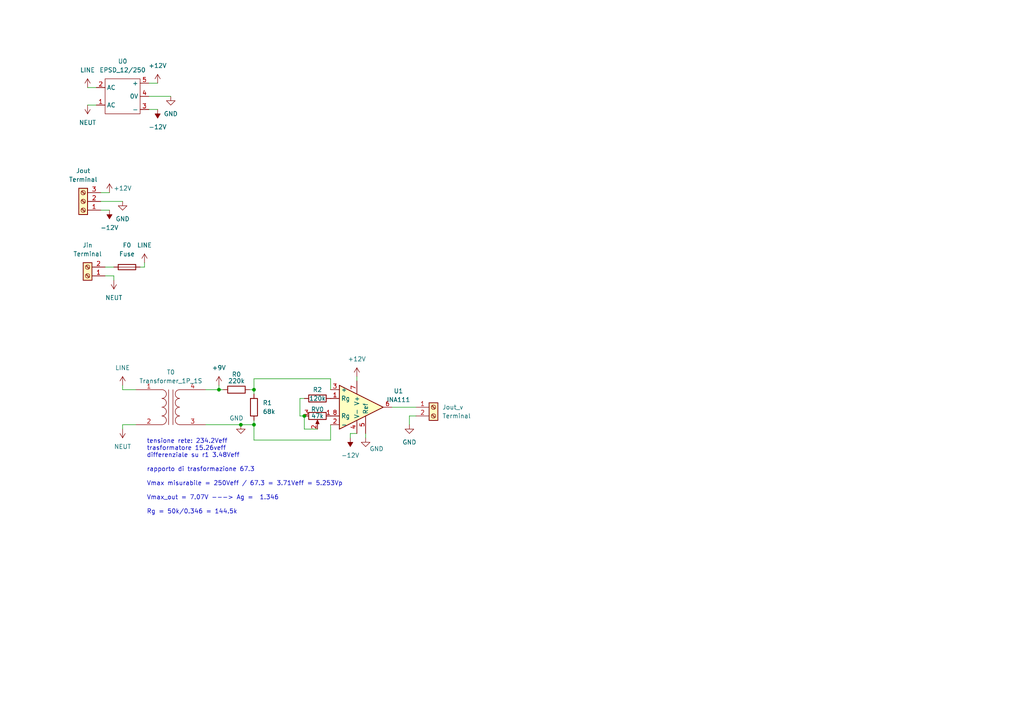
<source format=kicad_sch>
(kicad_sch (version 20211123) (generator eeschema)
  (paper "A4")
  (lib_symbols
    (symbol "Connector:Screw_Terminal_01x02" (pin_names (offset 1.016) hide)
      (property "Reference" "J" (at 0 2.54 0))
      (property "Value" "Screw_Terminal_01x02" (at 0 -5.08 0))
      (symbol "Screw_Terminal_01x02_1_1"
        (rectangle (start -1.27 1.27) (end 1.27 -3.81) (stroke (width 0.254)) (fill (type background)))
        (circle (center 0 -2.54) (radius 0.635) (stroke (width 0.1524)))
        (polyline (pts (xy -0.5334 -2.2098) (xy 0.3302 -3.048)) (stroke (width 0.1524)))
        (polyline (pts (xy -0.5334 0.3302) (xy 0.3302 -0.508)) (stroke (width 0.1524)))
        (polyline (pts (xy -0.3556 -2.032) (xy 0.508 -2.8702)) (stroke (width 0.1524)))
        (polyline (pts (xy -0.3556 0.508) (xy 0.508 -0.3302)) (stroke (width 0.1524)))
        (circle (center 0 0) (radius 0.635) (stroke (width 0.1524)))
        (pin passive line (at -5.08 0 0) (length 3.81) (name "Pin_1") (number "1"))
        (pin passive line (at -5.08 -2.54 0) (length 3.81) (name "Pin_2") (number "2"))
      )
    )
    (symbol "Connector:Screw_Terminal_01x03" (pin_names (offset 1.016) hide)
      (property "Reference" "J" (at 0 5.08 0))
      (property "Value" "Screw_Terminal_01x03" (at 0 -5.08 0))
      (symbol "Screw_Terminal_01x03_1_1"
        (rectangle (start -1.27 3.81) (end 1.27 -3.81) (stroke (width 0.254)) (fill (type background)))
        (circle (center 0 -2.54) (radius 0.635) (stroke (width 0.1524)))
        (polyline (pts (xy -0.5334 -2.2098) (xy 0.3302 -3.048)) (stroke (width 0.1524)))
        (polyline (pts (xy -0.5334 0.3302) (xy 0.3302 -0.508)) (stroke (width 0.1524)))
        (polyline (pts (xy -0.5334 2.8702) (xy 0.3302 2.032)) (stroke (width 0.1524)))
        (polyline (pts (xy -0.3556 -2.032) (xy 0.508 -2.8702)) (stroke (width 0.1524)))
        (polyline (pts (xy -0.3556 0.508) (xy 0.508 -0.3302)) (stroke (width 0.1524)))
        (polyline (pts (xy -0.3556 3.048) (xy 0.508 2.2098)) (stroke (width 0.1524)))
        (circle (center 0 0) (radius 0.635) (stroke (width 0.1524)))
        (circle (center 0 2.54) (radius 0.635) (stroke (width 0.1524)))
        (pin passive line (at -5.08 2.54 0) (length 3.81) (name "Pin_1") (number "1"))
        (pin passive line (at -5.08 0 0) (length 3.81) (name "Pin_2") (number "2"))
        (pin passive line (at -5.08 -2.54 0) (length 3.81) (name "Pin_3") (number "3"))
      )
    )
    (symbol "Device:Fuse" (pin_numbers hide) (pin_names (offset 0))
      (property "Reference" "F" (at 2.032 0 90))
      (property "Value" "Fuse" (at -1.905 0 90))
      (symbol "Fuse_0_1"
        (rectangle (start -0.762 -2.54) (end 0.762 2.54) (stroke (width 0.254)))
        (polyline (pts (xy 0 2.54) (xy 0 -2.54)))
      )
      (symbol "Fuse_1_1"
        (pin passive line (at 0 3.81 270) (length 1.27) (name "~") (number "1"))
        (pin passive line (at 0 -3.81 90) (length 1.27) (name "~") (number "2"))
      )
    )
    (symbol "Device:R" (pin_numbers hide) (pin_names (offset 0))
      (property "Reference" "R" (at 2.032 0 90))
      (property "Value" "R" (at 0 0 90))
      (symbol "R_0_1"
        (rectangle (start -1.016 -2.54) (end 1.016 2.54) (stroke (width 0.254)))
      )
      (symbol "R_1_1"
        (pin passive line (at 0 3.81 270) (length 1.27) (name "~") (number "1"))
        (pin passive line (at 0 -3.81 90) (length 1.27) (name "~") (number "2"))
      )
    )
    (symbol "Device:R_Potentiometer" (pin_names (offset 1.016) hide)
      (property "Reference" "RV" (at -4.445 0 90))
      (property "Value" "R_Potentiometer" (at -2.54 0 90))
      (symbol "R_Potentiometer_0_1"
        (polyline (pts (xy 2.54 0) (xy 1.524 0)))
        (polyline (pts (xy 1.143 0) (xy 2.286 0.508) (xy 2.286 -0.508) (xy 1.143 0)) (fill (type outline)))
        (rectangle (start 1.016 2.54) (end -1.016 -2.54) (stroke (width 0.254)))
      )
      (symbol "R_Potentiometer_1_1"
        (pin passive line (at 0 3.81 270) (length 1.27) (name "1") (number "1"))
        (pin passive line (at 3.81 0 180) (length 1.27) (name "2") (number "2"))
        (pin passive line (at 0 -3.81 90) (length 1.27) (name "3") (number "3"))
      )
    )
    (symbol "Device:Transformer_1P_1S" (pin_names (offset 1.016) hide)
      (property "Reference" "T" (at 0 6.35 0))
      (property "Value" "Transformer_1P_1S" (at 0 -7.62 0))
      (symbol "Transformer_1P_1S_0_1"
        (arc (start -2.54 -5.0546) (mid -1.6599 -4.6901) (end -1.27 -3.81))
        (arc (start -2.54 -2.5146) (mid -1.6599 -2.1501) (end -1.27 -1.27))
        (arc (start -2.54 0.0254) (mid -1.6599 0.3899) (end -1.27 1.27))
        (arc (start -2.54 2.5654) (mid -1.6599 2.9299) (end -1.27 3.81))
        (arc (start -1.27 -3.81) (mid -1.642 -2.912) (end -2.54 -2.54))
        (arc (start -1.27 -1.27) (mid -1.642 -0.372) (end -2.54 0))
        (arc (start -1.27 1.27) (mid -1.642 2.168) (end -2.54 2.54))
        (arc (start -1.27 3.81) (mid -1.642 4.708) (end -2.54 5.08))
        (polyline (pts (xy -0.635 5.08) (xy -0.635 -5.08)))
        (polyline (pts (xy 0.635 -5.08) (xy 0.635 5.08)))
        (arc (start 1.2954 -1.27) (mid 1.6599 -2.1501) (end 2.54 -2.5146))
        (arc (start 1.2954 1.27) (mid 1.6599 0.3899) (end 2.54 0.0254))
        (arc (start 1.2954 3.81) (mid 1.6599 2.9299) (end 2.54 2.5654))
        (arc (start 1.3208 -3.81) (mid 1.6853 -4.6901) (end 2.5654 -5.0546))
        (arc (start 2.54 0) (mid 1.642 -0.372) (end 1.2954 -1.27))
        (arc (start 2.54 2.54) (mid 1.642 2.168) (end 1.2954 1.27))
        (arc (start 2.54 5.08) (mid 1.642 4.708) (end 1.2954 3.81))
        (arc (start 2.5654 -2.54) (mid 1.6674 -2.912) (end 1.3208 -3.81))
      )
      (symbol "Transformer_1P_1S_1_1"
        (pin passive line (at -10.16 5.08 0) (length 7.62) (name "AA") (number "1"))
        (pin passive line (at -10.16 -5.08 0) (length 7.62) (name "AB") (number "2"))
        (pin passive line (at 10.16 -5.08 180) (length 7.62) (name "SA") (number "3"))
        (pin passive line (at 10.16 5.08 180) (length 7.62) (name "SB") (number "4"))
      )
    )
    (symbol "power:+12V" (power) (pin_names (offset 0))
      (property "Value" "+12V" (at 0 3.556 0))
      (symbol "+12V_0_1"
        (polyline (pts (xy -0.762 1.27) (xy 0 2.54)))
        (polyline (pts (xy 0 0) (xy 0 2.54)))
        (polyline (pts (xy 0 2.54) (xy 0.762 1.27)))
      )
      (symbol "+12V_1_1"
        (pin power_in line (at 0 0 90) (length 0) hide (name "+12V") (number "1"))
      )
    )
    (symbol "power:+9V" (power) (pin_names (offset 0))
      (property "Value" "+9V" (at 0 3.556 0))
      (symbol "+9V_0_1"
        (polyline (pts (xy -0.762 1.27) (xy 0 2.54)))
        (polyline (pts (xy 0 0) (xy 0 2.54)))
        (polyline (pts (xy 0 2.54) (xy 0.762 1.27)))
      )
      (symbol "+9V_1_1"
        (pin power_in line (at 0 0 90) (length 0) hide (name "+9V") (number "1"))
      )
    )
    (symbol "power:-12V" (power) (pin_names (offset 0))
      (property "Value" "-12V" (at 0 3.81 0))
      (symbol "-12V_0_0"
        (pin power_in line (at 0 0 90) (length 0) hide (name "-12V") (number "1"))
      )
      (symbol "-12V_0_1"
        (polyline (pts (xy 0 0) (xy 0 1.27) (xy 0.762 1.27) (xy 0 2.54) (xy -0.762 1.27) (xy 0 1.27)) (fill (type outline)))
      )
    )
    (symbol "power:GND" (power) (pin_names (offset 0))
      (property "Value" "GND" (at 0 -3.81 0))
      (symbol "GND_0_1"
        (polyline (pts (xy 0 0) (xy 0 -1.27) (xy 1.27 -1.27) (xy 0 -2.54) (xy -1.27 -1.27) (xy 0 -1.27)))
      )
      (symbol "GND_1_1"
        (pin power_in line (at 0 0 270) (length 0) hide (name "GND") (number "1"))
      )
    )
    (symbol "power:LINE" (power) (pin_names (offset 0))
      (property "Value" "LINE" (at 0 3.81 0))
      (symbol "LINE_0_1"
        (polyline (pts (xy -0.762 1.27) (xy 0 2.54)))
        (polyline (pts (xy 0 0) (xy 0 2.54)))
        (polyline (pts (xy 0 2.54) (xy 0.762 1.27)))
      )
      (symbol "LINE_1_1"
        (pin power_in line (at 0 0 90) (length 0) hide (name "LINE") (number "1"))
      )
    )
    (symbol "power:NEUT" (power) (pin_names (offset 0))
      (property "Value" "NEUT" (at 0 3.81 0))
      (symbol "NEUT_0_1"
        (polyline (pts (xy -0.762 1.27) (xy 0 2.54)))
        (polyline (pts (xy 0 0) (xy 0 2.54)))
        (polyline (pts (xy 0 2.54) (xy 0.762 1.27)))
      )
      (symbol "NEUT_1_1"
        (pin power_in line (at 0 0 90) (length 0) hide (name "NEUT") (number "1"))
      )
    )
    (symbol "simboli_tesina:EPSD_12{slash}250"
      (property "Reference" "U" (at 0 8.89 0))
      (property "Value" "EPSD_12{slash}250" (at 0 11.43 0))
      (symbol "EPSD_12{slash}250_0_1"
        (rectangle (start -5.08 5.08) (end 5.08 -5.08))
      )
      (symbol "EPSD_12{slash}250_1_1"
        (pin input line (at -7.62 -2.54 0) (length 2.54) (name "AC") (number "1"))
        (pin input line (at -7.62 2.54 0) (length 2.54) (name "AC") (number "2"))
        (pin output line (at 7.62 -3.81 180) (length 2.54) (name "-") (number "3"))
        (pin output line (at 7.62 0 180) (length 2.54) (name "0V") (number "4"))
        (pin output line (at 7.62 3.81 180) (length 2.54) (name "+") (number "5"))
      )
    )
    (symbol "simboli_tesina:INA111"
      (property "Reference" "U" (at 0.635 -9.525 0))
      (property "Value" "INA111" (at 0.635 -11.43 0))
      (symbol "INA111_0_1"
        (polyline (pts (xy 8.255 0) (xy -4.445 6.35) (xy -4.445 -6.35) (xy 8.255 0)) (stroke (width 0.254)) (fill (type background)))
      )
      (symbol "INA111_1_1"
        (pin passive line (at -6.985 2.54 0) (length 2.54) (name "Rg") (number "1"))
        (pin input line (at -6.985 -5.08 0) (length 2.54) (name "-") (number "2"))
        (pin input line (at -6.985 5.08 0) (length 2.54) (name "+") (number "3"))
        (pin power_in line (at 0.635 -7.62 90) (length 3.81) (name "V-") (number "4"))
        (pin input line (at 3.175 -7.62 90) (length 5.08) (name "Ref") (number "5"))
        (pin output line (at 10.795 0 180) (length 2.54) (name "~") (number "6"))
        (pin power_in line (at 0.635 7.62 270) (length 3.81) (name "V+") (number "7"))
        (pin passive line (at -6.985 -2.54 0) (length 2.54) (name "Rg") (number "8"))
      )
    )
  )
  (junction (at 63.5 113.03))
  (junction (at 88.265 120.65))
  (junction (at 73.66 113.03))
  (junction (at 73.66 123.19))
  (junction (at 69.85 123.19))
  (wire (pts (xy 113.665 118.11) (xy 120.65 118.11)))
  (wire (pts (xy 43.18 24.13) (xy 45.72 24.13)))
  (wire (pts (xy 40.64 77.47) (xy 41.91 77.47)))
  (wire (pts (xy 95.885 109.855) (xy 95.885 113.03)))
  (wire (pts (xy 35.56 113.03) (xy 35.56 111.76)))
  (wire (pts (xy 101.6 125.73) (xy 103.505 125.73)))
  (wire (pts (xy 73.66 109.855) (xy 73.66 113.03)))
  (wire (pts (xy 69.85 123.19) (xy 73.66 123.19)))
  (wire (pts (xy 41.91 77.47) (xy 41.91 76.2)))
  (wire (pts (xy 101.6 127) (xy 101.6 125.73)))
  (wire (pts (xy 103.505 109.22) (xy 103.505 110.49)))
  (wire (pts (xy 30.48 80.01) (xy 33.02 80.01)))
  (wire (pts (xy 118.745 120.65) (xy 120.65 120.65)))
  (wire (pts (xy 33.02 80.01) (xy 33.02 81.28)))
  (wire (pts (xy 43.18 31.75) (xy 45.72 31.75)))
  (wire (pts (xy 118.745 123.19) (xy 118.745 120.65)))
  (wire (pts (xy 73.66 113.03) (xy 73.66 114.3)))
  (wire (pts (xy 25.4 30.48) (xy 27.94 30.48)))
  (wire (pts (xy 25.4 25.4) (xy 27.94 25.4)))
  (wire (pts (xy 86.995 120.65) (xy 88.265 120.65)))
  (wire (pts (xy 88.265 124.46) (xy 88.265 120.65)))
  (wire (pts (xy 59.69 113.03) (xy 63.5 113.03)))
  (wire (pts (xy 73.66 121.92) (xy 73.66 123.19)))
  (wire (pts (xy 106.045 125.73) (xy 106.045 127)))
  (wire (pts (xy 73.66 127.635) (xy 95.885 127.635)))
  (wire (pts (xy 72.39 113.03) (xy 73.66 113.03)))
  (wire (pts (xy 59.69 123.19) (xy 69.85 123.19)))
  (wire (pts (xy 30.48 77.47) (xy 33.02 77.47)))
  (wire (pts (xy 73.66 109.855) (xy 95.885 109.855)))
  (wire (pts (xy 63.5 113.03) (xy 64.77 113.03)))
  (wire (pts (xy 86.995 115.57) (xy 86.995 120.65)))
  (wire (pts (xy 29.21 55.88) (xy 31.75 55.88)))
  (wire (pts (xy 39.37 113.03) (xy 35.56 113.03)))
  (wire (pts (xy 88.265 115.57) (xy 86.995 115.57)))
  (wire (pts (xy 73.66 127.635) (xy 73.66 123.19)))
  (wire (pts (xy 92.075 124.46) (xy 88.265 124.46)))
  (wire (pts (xy 63.5 111.76) (xy 63.5 113.03)))
  (wire (pts (xy 29.21 60.96) (xy 31.75 60.96)))
  (wire (pts (xy 95.885 127.635) (xy 95.885 123.19)))
  (wire (pts (xy 35.56 124.46) (xy 35.56 123.19)))
  (wire (pts (xy 43.18 27.94) (xy 49.53 27.94)))
  (wire (pts (xy 35.56 123.19) (xy 39.37 123.19)))
  (wire (pts (xy 29.21 58.42) (xy 35.56 58.42)))
  (text "tensione rete: 234.2Veff\ntrasformatore 15.26veff\ndifferenziale su r1 3.48Veff\n\nrapporto di trasformazione 67.3\n\nVmax misurabile = 250Veff / 67.3 = 3.71Veff = 5.253Vp\n\nVmax_out = 7.07V ---> Ag =  1.346\n\nRg = 50k/0.346 = 144.5k \n" (at 42.545 149.225 0) (effects (font (size 1.27 1.27)) (justify left bottom)))
  (symbol (lib_id "power:LINE") (at 35.56 111.76 0) (unit 1)
    (property "Reference" "#PWR?" (effects hide))
    (property "Value" "LINE" (at 35.56 106.68 0))
  )
  (symbol (lib_id "power:GND") (at 35.56 58.42 0) (unit 1)
    (property "Reference" "#PWR?" (effects hide))
    (property "Value" "GND" (at 35.56 63.5 0))
  )
  (symbol (lib_id "Device:R") (at 73.66 118.11 0) (unit 1)
    (property "Reference" "R1" (at 76.2 116.84 0) (effects (justify left)))
    (property "Value" "68k" (at 76.2 119.38 0) (effects (justify left)))
  )
  (symbol (lib_id "power:-12V") (at 31.75 60.96 180) (unit 1)
    (property "Reference" "#PWR?" (effects hide))
    (property "Value" "-12V" (at 31.75 66.04 0))
  )
  (symbol (lib_id "simboli_tesina:INA111") (at 102.87 118.11 0) (unit 1)
    (property "Reference" "U1" (at 115.57 113.411 0))
    (property "Value" "INA111" (at 115.57 115.951 0))
    (property "Datasheet" "https://www.ti.com/lit/ds/symlink/ina111.pdf" (effects hide))
  )
  (symbol (lib_id "power:+12V") (at 45.72 24.13 0) (unit 1)
    (property "Reference" "#PWR?" (effects hide))
    (property "Value" "+12V" (at 45.72 19.05 0))
  )
  (symbol (lib_id "Device:Fuse") (at 36.83 77.47 90) (unit 1)
    (property "Reference" "F0" (at 36.83 71.12 90))
    (property "Value" "Fuse" (at 36.83 73.66 90))
  )
  (symbol (lib_id "power:LINE") (at 25.4 25.4 0) (unit 1)
    (property "Reference" "#PWR?" (effects hide))
    (property "Value" "LINE" (at 25.4 20.32 0))
  )
  (symbol (lib_id "power:GND") (at 106.045 127 0) (unit 1)
    (property "Reference" "#PWR?" (effects hide))
    (property "Value" "GND" (at 109.22 130.175 0))
  )
  (symbol (lib_id "Device:R") (at 68.58 113.03 90) (unit 1)
    (property "Reference" "R0" (at 68.58 108.585 90))
    (property "Value" "220k" (at 68.58 110.49 90))
  )
  (symbol (lib_id "Connector:Screw_Terminal_01x02") (at 125.73 118.11 0) (unit 1)
    (property "Reference" "Jout_v" (at 128.27 118.1099 0) (effects (justify left)))
    (property "Value" "Terminal" (at 128.27 120.6499 0) (effects (justify left)))
  )
  (symbol (lib_id "Connector:Screw_Terminal_01x03") (at 24.13 58.42 180) (unit 1)
    (property "Reference" "Jout" (at 24.13 49.53 0))
    (property "Value" "Terminal" (at 24.13 52.07 0))
  )
  (symbol (lib_id "Device:R_Potentiometer") (at 92.075 120.65 270) (unit 1)
    (property "Reference" "RV0" (at 92.075 118.745 90))
    (property "Value" "47k" (at 92.075 120.65 90))
  )
  (symbol (lib_id "power:GND") (at 69.85 123.19 0) (unit 1)
    (property "Reference" "#PWR?" (effects hide))
    (property "Value" "GND" (at 68.58 121.285 0))
  )
  (symbol (lib_id "power:+12V") (at 31.75 55.88 0) (unit 1)
    (property "Reference" "#PWR?" (effects hide))
    (property "Value" "+12V" (at 35.56 54.61 0))
  )
  (symbol (lib_id "power:NEUT") (at 25.4 30.48 180) (unit 1)
    (property "Reference" "#PWR?" (effects hide))
    (property "Value" "NEUT" (at 25.4 35.56 0))
  )
  (symbol (lib_id "Connector:Screw_Terminal_01x02") (at 25.4 80.01 180) (unit 1)
    (property "Reference" "Jin" (at 25.4 71.12 0))
    (property "Value" "Terminal" (at 25.4 73.66 0))
  )
  (symbol (lib_id "power:LINE") (at 41.91 76.2 0) (unit 1)
    (property "Reference" "#PWR?" (effects hide))
    (property "Value" "LINE" (at 41.91 71.12 0))
  )
  (symbol (lib_id "power:GND") (at 49.53 27.94 0) (unit 1)
    (property "Reference" "#PWR?" (effects hide))
    (property "Value" "GND" (at 49.53 33.02 0))
  )
  (symbol (lib_id "Device:Transformer_1P_1S") (at 49.53 118.11 0) (unit 1)
    (property "Reference" "T0" (at 49.5427 107.95 0))
    (property "Value" "Transformer_1P_1S" (at 49.5427 110.49 0))
  )
  (symbol (lib_id "simboli_tesina:EPSD_12{slash}250") (at 35.56 27.94 0) (unit 1)
    (property "Reference" "U0" (at 35.56 17.78 0))
    (property "Value" "EPSD_12/250" (at 35.56 20.32 0))
  )
  (symbol (lib_id "power:+12V") (at 103.505 109.22 0) (unit 1)
    (property "Reference" "#PWR?" (effects hide))
    (property "Value" "+12V" (at 103.505 104.14 0))
  )
  (symbol (lib_id "Device:R") (at 92.075 115.57 90) (unit 1)
    (property "Reference" "R2" (at 92.075 113.03 90))
    (property "Value" "120k" (at 92.075 115.57 90))
  )
  (symbol (lib_id "power:+9V") (at 63.5 111.76 0) (unit 1)
    (property "Reference" "#PWR?" (effects hide))
    (property "Value" "+9V" (at 63.5 106.68 0))
  )
  (symbol (lib_id "power:-12V") (at 101.6 127 180) (unit 1)
    (property "Reference" "#PWR?" (effects hide))
    (property "Value" "-12V" (at 101.6 132.08 0))
  )
  (symbol (lib_id "power:NEUT") (at 33.02 81.28 180) (unit 1)
    (property "Reference" "#PWR?" (effects hide))
    (property "Value" "NEUT" (at 33.02 86.36 0))
  )
  (symbol (lib_id "power:-12V") (at 45.72 31.75 180) (unit 1)
    (property "Reference" "#PWR?" (effects hide))
    (property "Value" "-12V" (at 45.72 36.83 0))
  )
  (symbol (lib_id "power:NEUT") (at 35.56 124.46 180) (unit 1)
    (property "Reference" "#PWR?" (effects hide))
    (property "Value" "NEUT" (at 35.56 129.54 0))
  )
  (symbol (lib_id "power:GND") (at 118.745 123.19 0) (unit 1)
    (property "Reference" "#PWR?" (effects hide))
    (property "Value" "GND" (at 118.745 128.27 0))
  )
)
</source>
